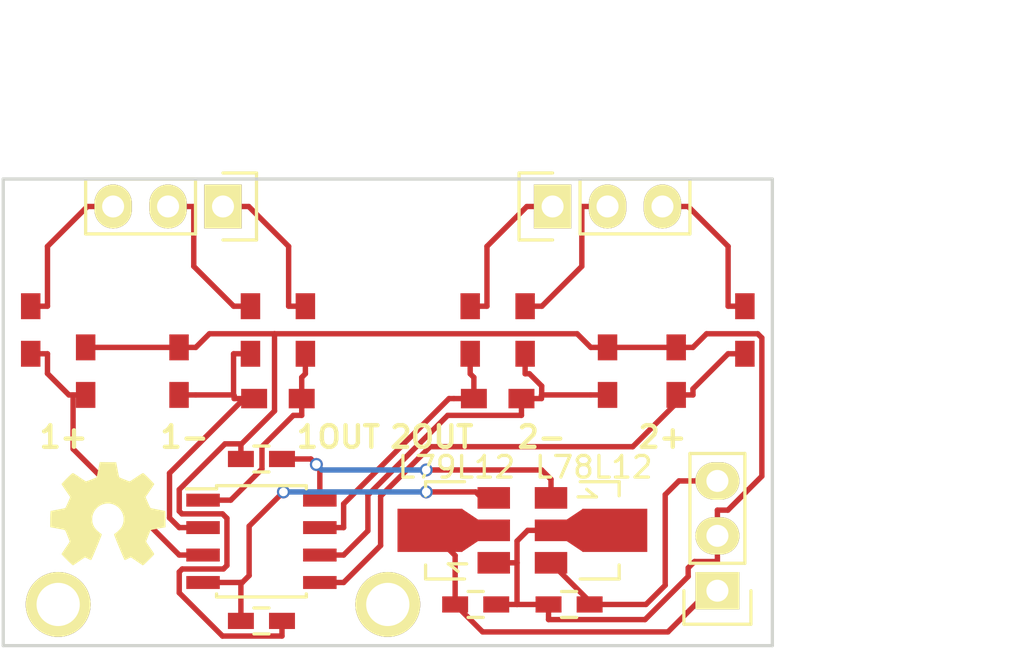
<source format=kicad_pcb>
(kicad_pcb (version 20171130) (host pcbnew "(5.1.12)-1")

  (general
    (thickness 1.6)
    (drawings 12)
    (tracks 186)
    (zones 0)
    (modules 26)
    (nets 18)
  )

  (page A4)
  (layers
    (0 F.Cu signal)
    (31 B.Cu signal)
    (32 B.Adhes user hide)
    (33 F.Adhes user hide)
    (34 B.Paste user)
    (35 F.Paste user hide)
    (36 B.SilkS user)
    (37 F.SilkS user)
    (38 B.Mask user)
    (39 F.Mask user)
    (40 Dwgs.User user)
    (41 Cmts.User user)
    (42 Eco1.User user)
    (43 Eco2.User user)
    (44 Edge.Cuts user)
    (45 Margin user)
    (46 B.CrtYd user)
    (47 F.CrtYd user)
    (48 B.Fab user)
    (49 F.Fab user)
  )

  (setup
    (last_trace_width 0.25)
    (trace_clearance 0.2)
    (zone_clearance 0.508)
    (zone_45_only no)
    (trace_min 0.2)
    (via_size 0.6)
    (via_drill 0.4)
    (via_min_size 0.4)
    (via_min_drill 0.3)
    (uvia_size 0.3)
    (uvia_drill 0.1)
    (uvias_allowed no)
    (uvia_min_size 0.2)
    (uvia_min_drill 0.1)
    (edge_width 0.15)
    (segment_width 0.2)
    (pcb_text_width 0.3)
    (pcb_text_size 1.5 1.5)
    (mod_edge_width 0.15)
    (mod_text_size 1 1)
    (mod_text_width 0.15)
    (pad_size 1.524 1.524)
    (pad_drill 0.762)
    (pad_to_mask_clearance 0.2)
    (aux_axis_origin 0 0)
    (visible_elements 7FFFFFFF)
    (pcbplotparams
      (layerselection 0x000f0_80000001)
      (usegerberextensions false)
      (usegerberattributes true)
      (usegerberadvancedattributes true)
      (creategerberjobfile true)
      (excludeedgelayer true)
      (linewidth 0.100000)
      (plotframeref false)
      (viasonmask false)
      (mode 1)
      (useauxorigin false)
      (hpglpennumber 1)
      (hpglpenspeed 20)
      (hpglpendiameter 15.000000)
      (psnegative false)
      (psa4output false)
      (plotreference true)
      (plotvalue true)
      (plotinvisibletext false)
      (padsonsilk false)
      (subtractmaskfromsilk false)
      (outputformat 1)
      (mirror false)
      (drillshape 0)
      (scaleselection 1)
      (outputdirectory "gerber/"))
  )

  (net 0 "")
  (net 1 GND)
  (net 2 "Net-(C1-Pad1)")
  (net 3 "Net-(C2-Pad2)")
  (net 4 /12_filter)
  (net 5 /-12_filter)
  (net 6 "Net-(P3-Pad1)")
  (net 7 "Net-(P3-Pad2)")
  (net 8 "Net-(P3-Pad3)")
  (net 9 "Net-(P4-Pad1)")
  (net 10 "Net-(P4-Pad2)")
  (net 11 "Net-(P4-Pad3)")
  (net 12 "Net-(R1-Pad1)")
  (net 13 "Net-(R2-Pad1)")
  (net 14 "Net-(R6-Pad1)")
  (net 15 "Net-(R10-Pad2)")
  (net 16 "Net-(R11-Pad1)")
  (net 17 "Net-(R10-Pad1)")

  (net_class Default "This is the default net class."
    (clearance 0.2)
    (trace_width 0.25)
    (via_dia 0.6)
    (via_drill 0.4)
    (uvia_dia 0.3)
    (uvia_drill 0.1)
    (add_net /-12_filter)
    (add_net /12_filter)
    (add_net GND)
    (add_net "Net-(C1-Pad1)")
    (add_net "Net-(C2-Pad2)")
    (add_net "Net-(P3-Pad1)")
    (add_net "Net-(P3-Pad2)")
    (add_net "Net-(P3-Pad3)")
    (add_net "Net-(P4-Pad1)")
    (add_net "Net-(P4-Pad2)")
    (add_net "Net-(P4-Pad3)")
    (add_net "Net-(R1-Pad1)")
    (add_net "Net-(R10-Pad1)")
    (add_net "Net-(R10-Pad2)")
    (add_net "Net-(R11-Pad1)")
    (add_net "Net-(R2-Pad1)")
    (add_net "Net-(R6-Pad1)")
  )

  (module Socket_Strips:Socket_Strip_Straight_1x03 (layer F.Cu) (tedit 5626BD3B) (tstamp 0)
    (at 190.5 96.52 90)
    (descr "Through hole socket strip")
    (tags "socket strip")
    (path /5623D67B)
    (fp_text reference P1 (at 0 -5.1 90) (layer F.SilkS) hide
      (effects (font (size 1 1) (thickness 0.15)))
    )
    (fp_text value CONN_01X03 (at 0 -3.1 90) (layer F.Fab) hide
      (effects (font (size 1 1) (thickness 0.15)))
    )
    (fp_line (start 1.27 1.27) (end 1.27 -1.27) (layer F.SilkS) (width 0.15))
    (fp_line (start 6.35 1.27) (end 1.27 1.27) (layer F.SilkS) (width 0.15))
    (fp_line (start 6.35 -1.27) (end 6.35 1.27) (layer F.SilkS) (width 0.15))
    (fp_line (start 1.27 -1.27) (end 6.35 -1.27) (layer F.SilkS) (width 0.15))
    (fp_line (start -1.75 1.75) (end 6.85 1.75) (layer F.CrtYd) (width 0.05))
    (fp_line (start -1.75 -1.75) (end 6.85 -1.75) (layer F.CrtYd) (width 0.05))
    (fp_line (start 6.85 -1.75) (end 6.85 1.75) (layer F.CrtYd) (width 0.05))
    (fp_line (start -1.75 -1.75) (end -1.75 1.75) (layer F.CrtYd) (width 0.05))
    (fp_line (start -1.55 1.55) (end 0 1.55) (layer F.SilkS) (width 0.15))
    (fp_line (start -1.55 -1.55) (end -1.55 1.55) (layer F.SilkS) (width 0.15))
    (fp_line (start 0 -1.55) (end -1.55 -1.55) (layer F.SilkS) (width 0.15))
    (pad 1 thru_hole rect (at 0 0 90) (size 1.7272 2.032) (drill 1.016) (layers *.Cu *.Mask F.SilkS)
      (net 3 "Net-(C2-Pad2)"))
    (pad 2 thru_hole oval (at 2.54 0 90) (size 1.7272 2.032) (drill 1.016) (layers *.Cu *.Mask F.SilkS)
      (net 1 GND))
    (pad 3 thru_hole oval (at 5.08 0 90) (size 1.7272 2.032) (drill 1.016) (layers *.Cu *.Mask F.SilkS)
      (net 2 "Net-(C1-Pad1)"))
    (model Socket_Strips.3dshapes/Socket_Strip_Straight_1x03.wrl
      (offset (xyz 2.539999961853027 0 0))
      (scale (xyz 1 1 1))
      (rotate (xyz 0 0 180))
    )
  )

  (module TO_SOT_Packages_SMD:SOT89-3_Housing (layer F.Cu) (tedit 562E9B5F) (tstamp 0)
    (at 184.658 93.726 270)
    (descr "SOT89-3, Housing,")
    (tags "SOT89-3, Housing,")
    (path /5623D43F)
    (attr smd)
    (fp_text reference U1 (at -0.09906 -4.24942 270) (layer F.SilkS) hide
      (effects (font (size 1 1) (thickness 0.15)))
    )
    (fp_text value L78L12 (at -2.921 -0.127) (layer F.SilkS)
      (effects (font (size 1 1) (thickness 0.15)))
    )
    (fp_line (start 2.25044 -1.30048) (end 1.6002 -1.30048) (layer F.SilkS) (width 0.15))
    (fp_line (start 2.25044 -1.30048) (end 2.25044 0.50038) (layer F.SilkS) (width 0.15))
    (fp_line (start -2.25044 -1.30048) (end -1.6002 -1.30048) (layer F.SilkS) (width 0.15))
    (fp_line (start -2.25044 -1.30048) (end -2.25044 0.50038) (layer F.SilkS) (width 0.15))
    (fp_line (start -1.5494 -0.24892) (end -1.5494 0.59944) (layer F.SilkS) (width 0.15))
    (fp_line (start -1.651 -0.09906) (end -1.5494 -0.24892) (layer F.SilkS) (width 0.15))
    (fp_line (start -1.89992 0.20066) (end -1.651 -0.09906) (layer F.SilkS) (width 0.15))
    (pad 1 smd rect (at -1.50114 1.85166 270) (size 1.00076 1.50114) (layers F.Cu F.Paste F.Mask)
      (net 4 /12_filter))
    (pad 2 smd rect (at 0 1.85166 270) (size 1.00076 1.50114) (layers F.Cu F.Paste F.Mask)
      (net 1 GND))
    (pad 3 smd rect (at 1.50114 1.85166 270) (size 1.00076 1.50114) (layers F.Cu F.Paste F.Mask)
      (net 2 "Net-(C1-Pad1)"))
    (pad 2 smd rect (at 0 -1.09982 270) (size 1.99898 2.99974) (layers F.Cu F.Paste F.Mask)
      (net 1 GND))
    (pad 2 smd trapezoid (at 0 0.7493 90) (size 1.50114 0.7493) (rect_delta 0 0.50038 ) (layers F.Cu F.Paste F.Mask)
      (net 1 GND))
    (model TO_SOT_Packages_SMD.3dshapes/SOT89-3_Housing.wrl
      (at (xyz 0 0 0))
      (scale (xyz 0.3937 0.3937 0.3937))
      (rotate (xyz 0 0 0))
    )
  )

  (module TO_SOT_Packages_SMD:SOT89-3_Housing (layer F.Cu) (tedit 562E9B67) (tstamp 0)
    (at 178.308 93.726 90)
    (descr "SOT89-3, Housing,")
    (tags "SOT89-3, Housing,")
    (path /5623D59F)
    (attr smd)
    (fp_text reference U2 (at -0.09906 -4.24942 90) (layer F.SilkS) hide
      (effects (font (size 1 1) (thickness 0.15)))
    )
    (fp_text value L79L12 (at 2.921 0.127 180) (layer F.SilkS)
      (effects (font (size 1 1) (thickness 0.15)))
    )
    (fp_line (start 2.25044 -1.30048) (end 1.6002 -1.30048) (layer F.SilkS) (width 0.15))
    (fp_line (start 2.25044 -1.30048) (end 2.25044 0.50038) (layer F.SilkS) (width 0.15))
    (fp_line (start -2.25044 -1.30048) (end -1.6002 -1.30048) (layer F.SilkS) (width 0.15))
    (fp_line (start -2.25044 -1.30048) (end -2.25044 0.50038) (layer F.SilkS) (width 0.15))
    (fp_line (start -1.5494 -0.24892) (end -1.5494 0.59944) (layer F.SilkS) (width 0.15))
    (fp_line (start -1.651 -0.09906) (end -1.5494 -0.24892) (layer F.SilkS) (width 0.15))
    (fp_line (start -1.89992 0.20066) (end -1.651 -0.09906) (layer F.SilkS) (width 0.15))
    (pad 1 smd rect (at -1.50114 1.85166 90) (size 1.00076 1.50114) (layers F.Cu F.Paste F.Mask)
      (net 1 GND))
    (pad 2 smd rect (at 0 1.85166 90) (size 1.00076 1.50114) (layers F.Cu F.Paste F.Mask)
      (net 3 "Net-(C2-Pad2)"))
    (pad 3 smd rect (at 1.50114 1.85166 90) (size 1.00076 1.50114) (layers F.Cu F.Paste F.Mask)
      (net 5 /-12_filter))
    (pad 2 smd rect (at 0 -1.09982 90) (size 1.99898 2.99974) (layers F.Cu F.Paste F.Mask)
      (net 3 "Net-(C2-Pad2)"))
    (pad 2 smd trapezoid (at 0 0.7493 270) (size 1.50114 0.7493) (rect_delta 0 0.50038 ) (layers F.Cu F.Paste F.Mask)
      (net 3 "Net-(C2-Pad2)"))
    (model TO_SOT_Packages_SMD.3dshapes/SOT89-3_Housing.wrl
      (at (xyz 0 0 0))
      (scale (xyz 0.3937 0.3937 0.3937))
      (rotate (xyz 0 0 0))
    )
  )

  (module Capacitors_SMD:C_0603_HandSoldering (layer F.Cu) (tedit 5626BD8C) (tstamp 562407B5)
    (at 183.642 97.155 180)
    (descr "Capacitor SMD 0603, hand soldering")
    (tags "capacitor 0603")
    (path /5623EE1B)
    (attr smd)
    (fp_text reference C1 (at 0 -1.9 180) (layer F.SilkS) hide
      (effects (font (size 1 1) (thickness 0.15)))
    )
    (fp_text value 330n (at 0 1.9 180) (layer F.Fab) hide
      (effects (font (size 1 1) (thickness 0.15)))
    )
    (fp_line (start 0.35 0.6) (end -0.35 0.6) (layer F.SilkS) (width 0.15))
    (fp_line (start -0.35 -0.6) (end 0.35 -0.6) (layer F.SilkS) (width 0.15))
    (fp_line (start 1.85 -0.75) (end 1.85 0.75) (layer F.CrtYd) (width 0.05))
    (fp_line (start -1.85 -0.75) (end -1.85 0.75) (layer F.CrtYd) (width 0.05))
    (fp_line (start -1.85 0.75) (end 1.85 0.75) (layer F.CrtYd) (width 0.05))
    (fp_line (start -1.85 -0.75) (end 1.85 -0.75) (layer F.CrtYd) (width 0.05))
    (pad 1 smd rect (at -0.95 0 180) (size 1.2 0.75) (layers F.Cu F.Paste F.Mask)
      (net 2 "Net-(C1-Pad1)"))
    (pad 2 smd rect (at 0.95 0 180) (size 1.2 0.75) (layers F.Cu F.Paste F.Mask)
      (net 1 GND))
    (model Capacitors_SMD.3dshapes/C_0603_HandSoldering.wrl
      (at (xyz 0 0 0))
      (scale (xyz 1 1 1))
      (rotate (xyz 0 0 0))
    )
  )

  (module Capacitors_SMD:C_0603_HandSoldering (layer F.Cu) (tedit 5626BD6F) (tstamp 562407BB)
    (at 179.324 97.155 180)
    (descr "Capacitor SMD 0603, hand soldering")
    (tags "capacitor 0603")
    (path /5623EE4A)
    (attr smd)
    (fp_text reference C2 (at 0 -1.9 180) (layer F.SilkS) hide
      (effects (font (size 1 1) (thickness 0.15)))
    )
    (fp_text value 330n (at 0 1.9 180) (layer F.Fab) hide
      (effects (font (size 1 1) (thickness 0.15)))
    )
    (fp_line (start 0.35 0.6) (end -0.35 0.6) (layer F.SilkS) (width 0.15))
    (fp_line (start -0.35 -0.6) (end 0.35 -0.6) (layer F.SilkS) (width 0.15))
    (fp_line (start 1.85 -0.75) (end 1.85 0.75) (layer F.CrtYd) (width 0.05))
    (fp_line (start -1.85 -0.75) (end -1.85 0.75) (layer F.CrtYd) (width 0.05))
    (fp_line (start -1.85 0.75) (end 1.85 0.75) (layer F.CrtYd) (width 0.05))
    (fp_line (start -1.85 -0.75) (end 1.85 -0.75) (layer F.CrtYd) (width 0.05))
    (pad 1 smd rect (at -0.95 0 180) (size 1.2 0.75) (layers F.Cu F.Paste F.Mask)
      (net 1 GND))
    (pad 2 smd rect (at 0.95 0 180) (size 1.2 0.75) (layers F.Cu F.Paste F.Mask)
      (net 3 "Net-(C2-Pad2)"))
    (model Capacitors_SMD.3dshapes/C_0603_HandSoldering.wrl
      (at (xyz 0 0 0))
      (scale (xyz 1 1 1))
      (rotate (xyz 0 0 0))
    )
  )

  (module Capacitors_SMD:C_0603_HandSoldering (layer F.Cu) (tedit 5626BD79) (tstamp 562407C1)
    (at 169.418 90.424 180)
    (descr "Capacitor SMD 0603, hand soldering")
    (tags "capacitor 0603")
    (path /5623EEE6)
    (attr smd)
    (fp_text reference C3 (at 0 -1.9 180) (layer F.SilkS) hide
      (effects (font (size 1 1) (thickness 0.15)))
    )
    (fp_text value 100n (at 0 1.9 180) (layer F.Fab) hide
      (effects (font (size 1 1) (thickness 0.15)))
    )
    (fp_line (start 0.35 0.6) (end -0.35 0.6) (layer F.SilkS) (width 0.15))
    (fp_line (start -0.35 -0.6) (end 0.35 -0.6) (layer F.SilkS) (width 0.15))
    (fp_line (start 1.85 -0.75) (end 1.85 0.75) (layer F.CrtYd) (width 0.05))
    (fp_line (start -1.85 -0.75) (end -1.85 0.75) (layer F.CrtYd) (width 0.05))
    (fp_line (start -1.85 0.75) (end 1.85 0.75) (layer F.CrtYd) (width 0.05))
    (fp_line (start -1.85 -0.75) (end 1.85 -0.75) (layer F.CrtYd) (width 0.05))
    (pad 1 smd rect (at -0.95 0 180) (size 1.2 0.75) (layers F.Cu F.Paste F.Mask)
      (net 4 /12_filter))
    (pad 2 smd rect (at 0.95 0 180) (size 1.2 0.75) (layers F.Cu F.Paste F.Mask)
      (net 1 GND))
    (model Capacitors_SMD.3dshapes/C_0603_HandSoldering.wrl
      (at (xyz 0 0 0))
      (scale (xyz 1 1 1))
      (rotate (xyz 0 0 0))
    )
  )

  (module Capacitors_SMD:C_0603_HandSoldering (layer F.Cu) (tedit 5626BD82) (tstamp 562407C7)
    (at 169.418 97.917 180)
    (descr "Capacitor SMD 0603, hand soldering")
    (tags "capacitor 0603")
    (path /5623EF60)
    (attr smd)
    (fp_text reference C4 (at 0 -1.9 180) (layer F.SilkS) hide
      (effects (font (size 1 1) (thickness 0.15)))
    )
    (fp_text value 100n (at 0 1.9 180) (layer F.Fab) hide
      (effects (font (size 1 1) (thickness 0.15)))
    )
    (fp_line (start 0.35 0.6) (end -0.35 0.6) (layer F.SilkS) (width 0.15))
    (fp_line (start -0.35 -0.6) (end 0.35 -0.6) (layer F.SilkS) (width 0.15))
    (fp_line (start 1.85 -0.75) (end 1.85 0.75) (layer F.CrtYd) (width 0.05))
    (fp_line (start -1.85 -0.75) (end -1.85 0.75) (layer F.CrtYd) (width 0.05))
    (fp_line (start -1.85 0.75) (end 1.85 0.75) (layer F.CrtYd) (width 0.05))
    (fp_line (start -1.85 -0.75) (end 1.85 -0.75) (layer F.CrtYd) (width 0.05))
    (pad 1 smd rect (at -0.95 0 180) (size 1.2 0.75) (layers F.Cu F.Paste F.Mask)
      (net 1 GND))
    (pad 2 smd rect (at 0.95 0 180) (size 1.2 0.75) (layers F.Cu F.Paste F.Mask)
      (net 5 /-12_filter))
    (model Capacitors_SMD.3dshapes/C_0603_HandSoldering.wrl
      (at (xyz 0 0 0))
      (scale (xyz 1 1 1))
      (rotate (xyz 0 0 0))
    )
  )

  (module Socket_Strips:Socket_Strip_Straight_1x03 (layer F.Cu) (tedit 5626B27D) (tstamp 562407D5)
    (at 167.64 78.74 180)
    (descr "Through hole socket strip")
    (tags "socket strip")
    (path /5624112C)
    (fp_text reference P3 (at 0 -5.1 180) (layer F.SilkS) hide
      (effects (font (size 1 1) (thickness 0.15)))
    )
    (fp_text value CONN_01X03 (at 0 -3.1 180) (layer F.Fab) hide
      (effects (font (size 1 1) (thickness 0.15)))
    )
    (fp_line (start 1.27 1.27) (end 1.27 -1.27) (layer F.SilkS) (width 0.15))
    (fp_line (start 6.35 1.27) (end 1.27 1.27) (layer F.SilkS) (width 0.15))
    (fp_line (start 6.35 -1.27) (end 6.35 1.27) (layer F.SilkS) (width 0.15))
    (fp_line (start 1.27 -1.27) (end 6.35 -1.27) (layer F.SilkS) (width 0.15))
    (fp_line (start -1.75 1.75) (end 6.85 1.75) (layer F.CrtYd) (width 0.05))
    (fp_line (start -1.75 -1.75) (end 6.85 -1.75) (layer F.CrtYd) (width 0.05))
    (fp_line (start 6.85 -1.75) (end 6.85 1.75) (layer F.CrtYd) (width 0.05))
    (fp_line (start -1.75 -1.75) (end -1.75 1.75) (layer F.CrtYd) (width 0.05))
    (fp_line (start -1.55 1.55) (end 0 1.55) (layer F.SilkS) (width 0.15))
    (fp_line (start -1.55 -1.55) (end -1.55 1.55) (layer F.SilkS) (width 0.15))
    (fp_line (start 0 -1.55) (end -1.55 -1.55) (layer F.SilkS) (width 0.15))
    (pad 1 thru_hole rect (at 0 0 180) (size 1.7272 2.032) (drill 1.016) (layers *.Cu *.Mask F.SilkS)
      (net 6 "Net-(P3-Pad1)"))
    (pad 2 thru_hole oval (at 2.54 0 180) (size 1.7272 2.032) (drill 1.016) (layers *.Cu *.Mask F.SilkS)
      (net 7 "Net-(P3-Pad2)"))
    (pad 3 thru_hole oval (at 5.08 0 180) (size 1.7272 2.032) (drill 1.016) (layers *.Cu *.Mask F.SilkS)
      (net 8 "Net-(P3-Pad3)"))
    (model Socket_Strips.3dshapes/Socket_Strip_Straight_1x03.wrl
      (offset (xyz 2.539999961853027 0 0))
      (scale (xyz 1 1 1))
      (rotate (xyz 0 0 180))
    )
  )

  (module Socket_Strips:Socket_Strip_Straight_1x03 (layer F.Cu) (tedit 5626BEFB) (tstamp 562407DC)
    (at 182.88 78.74)
    (descr "Through hole socket strip")
    (tags "socket strip")
    (path /56241C97)
    (fp_text reference P4 (at 0 -5.1) (layer F.SilkS) hide
      (effects (font (size 1 1) (thickness 0.15)))
    )
    (fp_text value CONN_01X03 (at 0 -3.1) (layer F.Fab) hide
      (effects (font (size 1 1) (thickness 0.15)))
    )
    (fp_line (start 1.27 1.27) (end 1.27 -1.27) (layer F.SilkS) (width 0.15))
    (fp_line (start 6.35 1.27) (end 1.27 1.27) (layer F.SilkS) (width 0.15))
    (fp_line (start 6.35 -1.27) (end 6.35 1.27) (layer F.SilkS) (width 0.15))
    (fp_line (start 1.27 -1.27) (end 6.35 -1.27) (layer F.SilkS) (width 0.15))
    (fp_line (start -1.75 1.75) (end 6.85 1.75) (layer F.CrtYd) (width 0.05))
    (fp_line (start -1.75 -1.75) (end 6.85 -1.75) (layer F.CrtYd) (width 0.05))
    (fp_line (start 6.85 -1.75) (end 6.85 1.75) (layer F.CrtYd) (width 0.05))
    (fp_line (start -1.75 -1.75) (end -1.75 1.75) (layer F.CrtYd) (width 0.05))
    (fp_line (start -1.55 1.55) (end 0 1.55) (layer F.SilkS) (width 0.15))
    (fp_line (start -1.55 -1.55) (end -1.55 1.55) (layer F.SilkS) (width 0.15))
    (fp_line (start 0 -1.55) (end -1.55 -1.55) (layer F.SilkS) (width 0.15))
    (pad 1 thru_hole rect (at 0 0) (size 1.7272 2.032) (drill 1.016) (layers *.Cu *.Mask F.SilkS)
      (net 9 "Net-(P4-Pad1)"))
    (pad 2 thru_hole oval (at 2.54 0) (size 1.7272 2.032) (drill 1.016) (layers *.Cu *.Mask F.SilkS)
      (net 10 "Net-(P4-Pad2)"))
    (pad 3 thru_hole oval (at 5.08 0) (size 1.7272 2.032) (drill 1.016) (layers *.Cu *.Mask F.SilkS)
      (net 11 "Net-(P4-Pad3)"))
    (model Socket_Strips.3dshapes/Socket_Strip_Straight_1x03.wrl
      (offset (xyz 2.539999961853027 0 0))
      (scale (xyz 1 1 1))
      (rotate (xyz 0 0 180))
    )
  )

  (module Housings_SOIC:SOIC-8_3.9x4.9mm_Pitch1.27mm (layer F.Cu) (tedit 562E847D) (tstamp 56240824)
    (at 169.418 94.234)
    (descr "8-Lead Plastic Small Outline (SN) - Narrow, 3.90 mm Body [SOIC] (see Microchip Packaging Specification 00000049BS.pdf)")
    (tags "SOIC 1.27")
    (path /5624034C)
    (attr smd)
    (fp_text reference U3 (at 0 -3.5) (layer F.SilkS) hide
      (effects (font (size 1 1) (thickness 0.15)))
    )
    (fp_text value TL072 (at -0.889 7.874) (layer F.Fab) hide
      (effects (font (size 1 1) (thickness 0.15)))
    )
    (fp_line (start -2.075 -2.43) (end -3.475 -2.43) (layer F.SilkS) (width 0.15))
    (fp_line (start -2.075 2.575) (end 2.075 2.575) (layer F.SilkS) (width 0.15))
    (fp_line (start -2.075 -2.575) (end 2.075 -2.575) (layer F.SilkS) (width 0.15))
    (fp_line (start -2.075 2.575) (end -2.075 2.43) (layer F.SilkS) (width 0.15))
    (fp_line (start 2.075 2.575) (end 2.075 2.43) (layer F.SilkS) (width 0.15))
    (fp_line (start 2.075 -2.575) (end 2.075 -2.43) (layer F.SilkS) (width 0.15))
    (fp_line (start -2.075 -2.575) (end -2.075 -2.43) (layer F.SilkS) (width 0.15))
    (fp_line (start -3.75 2.75) (end 3.75 2.75) (layer F.CrtYd) (width 0.05))
    (fp_line (start -3.75 -2.75) (end 3.75 -2.75) (layer F.CrtYd) (width 0.05))
    (fp_line (start 3.75 -2.75) (end 3.75 2.75) (layer F.CrtYd) (width 0.05))
    (fp_line (start -3.75 -2.75) (end -3.75 2.75) (layer F.CrtYd) (width 0.05))
    (pad 1 smd rect (at -2.7 -1.905) (size 1.55 0.6) (layers F.Cu F.Paste F.Mask)
      (net 16 "Net-(R11-Pad1)"))
    (pad 2 smd rect (at -2.7 -0.635) (size 1.55 0.6) (layers F.Cu F.Paste F.Mask)
      (net 13 "Net-(R2-Pad1)"))
    (pad 3 smd rect (at -2.7 0.635) (size 1.55 0.6) (layers F.Cu F.Paste F.Mask)
      (net 12 "Net-(R1-Pad1)"))
    (pad 4 smd rect (at -2.7 1.905) (size 1.55 0.6) (layers F.Cu F.Paste F.Mask)
      (net 5 /-12_filter))
    (pad 5 smd rect (at 2.7 1.905) (size 1.55 0.6) (layers F.Cu F.Paste F.Mask)
      (net 14 "Net-(R6-Pad1)"))
    (pad 6 smd rect (at 2.7 0.635) (size 1.55 0.6) (layers F.Cu F.Paste F.Mask)
      (net 15 "Net-(R10-Pad2)"))
    (pad 7 smd rect (at 2.7 -0.635) (size 1.55 0.6) (layers F.Cu F.Paste F.Mask)
      (net 17 "Net-(R10-Pad1)"))
    (pad 8 smd rect (at 2.7 -1.905) (size 1.55 0.6) (layers F.Cu F.Paste F.Mask)
      (net 4 /12_filter))
    (model Housings_SOIC.3dshapes/SOIC-8_3.9x4.9mm_Pitch1.27mm.wrl
      (at (xyz 0 0 0))
      (scale (xyz 1 1 1))
      (rotate (xyz 0 0 0))
    )
  )

  (module pad:R_0603_nodraw (layer F.Cu) (tedit 562E9F2D) (tstamp 562EA0BF)
    (at 158.75 84.455 90)
    (descr "Resistor SMD 0603, hand soldering")
    (tags "resistor 0603")
    (path /562408D4)
    (attr smd)
    (fp_text reference R1 (at 0 -1.9 90) (layer F.SilkS) hide
      (effects (font (size 1 1) (thickness 0.15)))
    )
    (fp_text value R (at 0 1.9 90) (layer F.Fab) hide
      (effects (font (size 1 1) (thickness 0.15)))
    )
    (pad 1 smd rect (at -1.1 0 90) (size 1.2 0.9) (layers F.Cu F.Paste F.Mask)
      (net 12 "Net-(R1-Pad1)"))
    (pad 2 smd rect (at 1.1 0 90) (size 1.2 0.9) (layers F.Cu F.Paste F.Mask)
      (net 8 "Net-(P3-Pad3)"))
    (model Resistors_SMD.3dshapes/R_0603_HandSoldering.wrl
      (at (xyz 0 0 0))
      (scale (xyz 1 1 1))
      (rotate (xyz 0 0 0))
    )
  )

  (module pad:R_0603_nodraw (layer F.Cu) (tedit 562E9F2D) (tstamp 562EA0C4)
    (at 168.91 84.455 90)
    (descr "Resistor SMD 0603, hand soldering")
    (tags "resistor 0603")
    (path /5624076C)
    (attr smd)
    (fp_text reference R2 (at 0 -1.9 90) (layer F.SilkS) hide
      (effects (font (size 1 1) (thickness 0.15)))
    )
    (fp_text value R (at 0 1.9 90) (layer F.Fab) hide
      (effects (font (size 1 1) (thickness 0.15)))
    )
    (pad 1 smd rect (at -1.1 0 90) (size 1.2 0.9) (layers F.Cu F.Paste F.Mask)
      (net 13 "Net-(R2-Pad1)"))
    (pad 2 smd rect (at 1.1 0 90) (size 1.2 0.9) (layers F.Cu F.Paste F.Mask)
      (net 7 "Net-(P3-Pad2)"))
    (model Resistors_SMD.3dshapes/R_0603_HandSoldering.wrl
      (at (xyz 0 0 0))
      (scale (xyz 1 1 1))
      (rotate (xyz 0 0 0))
    )
  )

  (module pad:R_0603_nodraw (layer F.Cu) (tedit 562E9F2D) (tstamp 562EA0C9)
    (at 161.29 86.36 90)
    (descr "Resistor SMD 0603, hand soldering")
    (tags "resistor 0603")
    (path /56240BA4)
    (attr smd)
    (fp_text reference R3 (at 0 -1.9 90) (layer F.SilkS) hide
      (effects (font (size 1 1) (thickness 0.15)))
    )
    (fp_text value R (at 0 1.9 90) (layer F.Fab) hide
      (effects (font (size 1 1) (thickness 0.15)))
    )
    (pad 1 smd rect (at -1.1 0 90) (size 1.2 0.9) (layers F.Cu F.Paste F.Mask)
      (net 12 "Net-(R1-Pad1)"))
    (pad 2 smd rect (at 1.1 0 90) (size 1.2 0.9) (layers F.Cu F.Paste F.Mask)
      (net 1 GND))
    (model Resistors_SMD.3dshapes/R_0603_HandSoldering.wrl
      (at (xyz 0 0 0))
      (scale (xyz 1 1 1))
      (rotate (xyz 0 0 0))
    )
  )

  (module pad:R_0603_nodraw (layer F.Cu) (tedit 562E9F2D) (tstamp 562EA0CE)
    (at 165.608 86.36 270)
    (descr "Resistor SMD 0603, hand soldering")
    (tags "resistor 0603")
    (path /56240AB5)
    (attr smd)
    (fp_text reference R4 (at 0 -1.9 270) (layer F.SilkS) hide
      (effects (font (size 1 1) (thickness 0.15)))
    )
    (fp_text value R (at 0 1.9 270) (layer F.Fab) hide
      (effects (font (size 1 1) (thickness 0.15)))
    )
    (pad 1 smd rect (at -1.1 0 270) (size 1.2 0.9) (layers F.Cu F.Paste F.Mask)
      (net 1 GND))
    (pad 2 smd rect (at 1.1 0 270) (size 1.2 0.9) (layers F.Cu F.Paste F.Mask)
      (net 13 "Net-(R2-Pad1)"))
    (model Resistors_SMD.3dshapes/R_0603_HandSoldering.wrl
      (at (xyz 0 0 0))
      (scale (xyz 1 1 1))
      (rotate (xyz 0 0 0))
    )
  )

  (module pad:R_0603_nodraw (layer F.Cu) (tedit 562E9F2D) (tstamp 562EA0D3)
    (at 170.18 87.63 180)
    (descr "Resistor SMD 0603, hand soldering")
    (tags "resistor 0603")
    (path /56240A3D)
    (attr smd)
    (fp_text reference R5 (at 0 -1.9 180) (layer F.SilkS) hide
      (effects (font (size 1 1) (thickness 0.15)))
    )
    (fp_text value R (at 0 1.9 180) (layer F.Fab) hide
      (effects (font (size 1 1) (thickness 0.15)))
    )
    (pad 1 smd rect (at -1.1 0 180) (size 1.2 0.9) (layers F.Cu F.Paste F.Mask)
      (net 16 "Net-(R11-Pad1)"))
    (pad 2 smd rect (at 1.1 0 180) (size 1.2 0.9) (layers F.Cu F.Paste F.Mask)
      (net 13 "Net-(R2-Pad1)"))
    (model Resistors_SMD.3dshapes/R_0603_HandSoldering.wrl
      (at (xyz 0 0 0))
      (scale (xyz 1 1 1))
      (rotate (xyz 0 0 0))
    )
  )

  (module pad:R_0603_nodraw (layer F.Cu) (tedit 562E9F2D) (tstamp 562EA0D8)
    (at 191.77 84.455 90)
    (descr "Resistor SMD 0603, hand soldering")
    (tags "resistor 0603")
    (path /56241847)
    (attr smd)
    (fp_text reference R6 (at 0 -1.9 90) (layer F.SilkS) hide
      (effects (font (size 1 1) (thickness 0.15)))
    )
    (fp_text value R (at 0 1.9 90) (layer F.Fab) hide
      (effects (font (size 1 1) (thickness 0.15)))
    )
    (pad 1 smd rect (at -1.1 0 90) (size 1.2 0.9) (layers F.Cu F.Paste F.Mask)
      (net 14 "Net-(R6-Pad1)"))
    (pad 2 smd rect (at 1.1 0 90) (size 1.2 0.9) (layers F.Cu F.Paste F.Mask)
      (net 11 "Net-(P4-Pad3)"))
    (model Resistors_SMD.3dshapes/R_0603_HandSoldering.wrl
      (at (xyz 0 0 0))
      (scale (xyz 1 1 1))
      (rotate (xyz 0 0 0))
    )
  )

  (module pad:R_0603_nodraw (layer F.Cu) (tedit 562E9F2D) (tstamp 562EA0DD)
    (at 181.61 84.455 90)
    (descr "Resistor SMD 0603, hand soldering")
    (tags "resistor 0603")
    (path /56241794)
    (attr smd)
    (fp_text reference R7 (at 0 -1.9 90) (layer F.SilkS) hide
      (effects (font (size 1 1) (thickness 0.15)))
    )
    (fp_text value R (at 0 1.9 90) (layer F.Fab) hide
      (effects (font (size 1 1) (thickness 0.15)))
    )
    (pad 1 smd rect (at -1.1 0 90) (size 1.2 0.9) (layers F.Cu F.Paste F.Mask)
      (net 15 "Net-(R10-Pad2)"))
    (pad 2 smd rect (at 1.1 0 90) (size 1.2 0.9) (layers F.Cu F.Paste F.Mask)
      (net 10 "Net-(P4-Pad2)"))
    (model Resistors_SMD.3dshapes/R_0603_HandSoldering.wrl
      (at (xyz 0 0 0))
      (scale (xyz 1 1 1))
      (rotate (xyz 0 0 0))
    )
  )

  (module pad:R_0603_nodraw (layer F.Cu) (tedit 562E9F2D) (tstamp 562EA0E2)
    (at 188.595 86.36 90)
    (descr "Resistor SMD 0603, hand soldering")
    (tags "resistor 0603")
    (path /5624189F)
    (attr smd)
    (fp_text reference R8 (at 0 -1.9 90) (layer F.SilkS) hide
      (effects (font (size 1 1) (thickness 0.15)))
    )
    (fp_text value R (at 0 1.9 90) (layer F.Fab) hide
      (effects (font (size 1 1) (thickness 0.15)))
    )
    (pad 1 smd rect (at -1.1 0 90) (size 1.2 0.9) (layers F.Cu F.Paste F.Mask)
      (net 14 "Net-(R6-Pad1)"))
    (pad 2 smd rect (at 1.1 0 90) (size 1.2 0.9) (layers F.Cu F.Paste F.Mask)
      (net 1 GND))
    (model Resistors_SMD.3dshapes/R_0603_HandSoldering.wrl
      (at (xyz 0 0 0))
      (scale (xyz 1 1 1))
      (rotate (xyz 0 0 0))
    )
  )

  (module pad:R_0603_nodraw (layer F.Cu) (tedit 562E9F2D) (tstamp 562EA0E7)
    (at 185.42 86.36 270)
    (descr "Resistor SMD 0603, hand soldering")
    (tags "resistor 0603")
    (path /562416A9)
    (attr smd)
    (fp_text reference R9 (at 0 -1.9 270) (layer F.SilkS) hide
      (effects (font (size 1 1) (thickness 0.15)))
    )
    (fp_text value R (at 0 1.9 270) (layer F.Fab) hide
      (effects (font (size 1 1) (thickness 0.15)))
    )
    (pad 1 smd rect (at -1.1 0 270) (size 1.2 0.9) (layers F.Cu F.Paste F.Mask)
      (net 1 GND))
    (pad 2 smd rect (at 1.1 0 270) (size 1.2 0.9) (layers F.Cu F.Paste F.Mask)
      (net 15 "Net-(R10-Pad2)"))
    (model Resistors_SMD.3dshapes/R_0603_HandSoldering.wrl
      (at (xyz 0 0 0))
      (scale (xyz 1 1 1))
      (rotate (xyz 0 0 0))
    )
  )

  (module pad:R_0603_nodraw (layer F.Cu) (tedit 562E9F2D) (tstamp 562EA0EC)
    (at 180.34 87.63)
    (descr "Resistor SMD 0603, hand soldering")
    (tags "resistor 0603")
    (path /56241601)
    (attr smd)
    (fp_text reference R10 (at 0 -1.9) (layer F.SilkS) hide
      (effects (font (size 1 1) (thickness 0.15)))
    )
    (fp_text value R (at 0 1.9) (layer F.Fab) hide
      (effects (font (size 1 1) (thickness 0.15)))
    )
    (pad 1 smd rect (at -1.1 0) (size 1.2 0.9) (layers F.Cu F.Paste F.Mask)
      (net 17 "Net-(R10-Pad1)"))
    (pad 2 smd rect (at 1.1 0) (size 1.2 0.9) (layers F.Cu F.Paste F.Mask)
      (net 15 "Net-(R10-Pad2)"))
    (model Resistors_SMD.3dshapes/R_0603_HandSoldering.wrl
      (at (xyz 0 0 0))
      (scale (xyz 1 1 1))
      (rotate (xyz 0 0 0))
    )
  )

  (module pad:R_0603_nodraw (layer F.Cu) (tedit 562E9F2D) (tstamp 562EA0F1)
    (at 171.45 84.455 90)
    (descr "Resistor SMD 0603, hand soldering")
    (tags "resistor 0603")
    (path /5626B31C)
    (attr smd)
    (fp_text reference R11 (at 0 -1.9 90) (layer F.SilkS) hide
      (effects (font (size 1 1) (thickness 0.15)))
    )
    (fp_text value R (at 0 1.9 90) (layer F.Fab) hide
      (effects (font (size 1 1) (thickness 0.15)))
    )
    (pad 1 smd rect (at -1.1 0 90) (size 1.2 0.9) (layers F.Cu F.Paste F.Mask)
      (net 16 "Net-(R11-Pad1)"))
    (pad 2 smd rect (at 1.1 0 90) (size 1.2 0.9) (layers F.Cu F.Paste F.Mask)
      (net 6 "Net-(P3-Pad1)"))
    (model Resistors_SMD.3dshapes/R_0603_HandSoldering.wrl
      (at (xyz 0 0 0))
      (scale (xyz 1 1 1))
      (rotate (xyz 0 0 0))
    )
  )

  (module pad:R_0603_nodraw (layer F.Cu) (tedit 562E9F2D) (tstamp 562EA0F6)
    (at 179.07 84.455 90)
    (descr "Resistor SMD 0603, hand soldering")
    (tags "resistor 0603")
    (path /5626B5A4)
    (attr smd)
    (fp_text reference R12 (at 0 -1.9 90) (layer F.SilkS) hide
      (effects (font (size 1 1) (thickness 0.15)))
    )
    (fp_text value R (at 0 1.9 90) (layer F.Fab) hide
      (effects (font (size 1 1) (thickness 0.15)))
    )
    (pad 1 smd rect (at -1.1 0 90) (size 1.2 0.9) (layers F.Cu F.Paste F.Mask)
      (net 17 "Net-(R10-Pad1)"))
    (pad 2 smd rect (at 1.1 0 90) (size 1.2 0.9) (layers F.Cu F.Paste F.Mask)
      (net 9 "Net-(P4-Pad1)"))
    (model Resistors_SMD.3dshapes/R_0603_HandSoldering.wrl
      (at (xyz 0 0 0))
      (scale (xyz 1 1 1))
      (rotate (xyz 0 0 0))
    )
  )

  (module mechanics:hole_2mm (layer F.Cu) (tedit 52A4DA31) (tstamp 562EA216)
    (at 160.02 97.155)
    (fp_text reference hole_2mm_3 (at 0 -3.4) (layer F.SilkS) hide
      (effects (font (size 1.524 1.524) (thickness 0.3048)))
    )
    (fp_text value VAL** (at 0 3) (layer F.SilkS) hide
      (effects (font (size 1.524 1.524) (thickness 0.3048)))
    )
    (pad 1 thru_hole circle (at 0 0) (size 3 3) (drill 2) (layers *.Cu *.Mask F.SilkS))
  )

  (module mechanics:hole_2mm (layer F.Cu) (tedit 52A4DA31) (tstamp 562EA21F)
    (at 175.26 97.155)
    (fp_text reference hole_2mm_2 (at 0 -3.4) (layer F.SilkS) hide
      (effects (font (size 1.524 1.524) (thickness 0.3048)))
    )
    (fp_text value VAL** (at 0 3) (layer F.SilkS) hide
      (effects (font (size 1.524 1.524) (thickness 0.3048)))
    )
    (pad 1 thru_hole circle (at 0 0) (size 3 3) (drill 2) (layers *.Cu *.Mask F.SilkS))
  )

  (module mechanics:hole_2mm (layer F.Cu) (tedit 562EA2E3) (tstamp 562EA263)
    (at 196.215 76.2)
    (fp_text reference hole_2mm (at 0 -3.4) (layer F.SilkS) hide
      (effects (font (size 1.524 1.524) (thickness 0.3048)))
    )
    (fp_text value VAL** (at 0 3) (layer F.SilkS) hide
      (effects (font (size 1.524 1.524) (thickness 0.3048)))
    )
  )

  (module oshw:logo_xs (layer F.Cu) (tedit 0) (tstamp 562EA4FB)
    (at 162.306 92.964)
    (fp_text reference G*** (at 0 0) (layer F.SilkS) hide
      (effects (font (size 1.524 1.524) (thickness 0.3)))
    )
    (fp_text value LOGO (at 0.75 0) (layer F.SilkS) hide
      (effects (font (size 1.524 1.524) (thickness 0.3)))
    )
    (fp_poly (pts (xy 0.015925 -2.389813) (xy 0.392184 -2.386263) (xy 0.455186 -2.047436) (xy 0.474224 -1.948175)
      (xy 0.492134 -1.860748) (xy 0.5082 -1.788282) (xy 0.521708 -1.733903) (xy 0.531942 -1.700736)
      (xy 0.536489 -1.692042) (xy 0.555113 -1.681346) (xy 0.593614 -1.663315) (xy 0.647003 -1.63997)
      (xy 0.710291 -1.613328) (xy 0.778491 -1.585409) (xy 0.846612 -1.558232) (xy 0.909667 -1.533815)
      (xy 0.962665 -1.514177) (xy 1.00062 -1.501338) (xy 1.017804 -1.497263) (xy 1.034262 -1.504559)
      (xy 1.06948 -1.525094) (xy 1.12027 -1.556841) (xy 1.183443 -1.597771) (xy 1.255809 -1.645856)
      (xy 1.322559 -1.691105) (xy 1.400741 -1.743811) (xy 1.472989 -1.791067) (xy 1.536007 -1.830831)
      (xy 1.586495 -1.861062) (xy 1.621157 -1.879717) (xy 1.635643 -1.884947) (xy 1.653625 -1.877221)
      (xy 1.68525 -1.853465) (xy 1.731487 -1.812812) (xy 1.793301 -1.754395) (xy 1.871662 -1.677348)
      (xy 1.908816 -1.640153) (xy 1.974585 -1.573417) (xy 2.03362 -1.512332) (xy 2.083409 -1.459593)
      (xy 2.121441 -1.417895) (xy 2.145203 -1.389934) (xy 2.152316 -1.378821) (xy 2.145013 -1.363783)
      (xy 2.124434 -1.329857) (xy 2.092568 -1.280107) (xy 2.051407 -1.217593) (xy 2.00294 -1.145377)
      (xy 1.951098 -1.069342) (xy 1.74988 -0.776401) (xy 1.858822 -0.522372) (xy 1.898361 -0.432346)
      (xy 1.932466 -0.359086) (xy 1.960053 -0.30475) (xy 1.980039 -0.271494) (xy 1.989856 -0.261509)
      (xy 2.008779 -0.257201) (xy 2.050068 -0.248771) (xy 2.109802 -0.236987) (xy 2.184061 -0.222616)
      (xy 2.268925 -0.206426) (xy 2.329367 -0.195017) (xy 2.418525 -0.17803) (xy 2.499121 -0.162234)
      (xy 2.567367 -0.148409) (xy 2.619475 -0.137331) (xy 2.651658 -0.129779) (xy 2.660236 -0.127049)
      (xy 2.664537 -0.111047) (xy 2.668075 -0.069786) (xy 2.670796 -0.004735) (xy 2.672649 0.082637)
      (xy 2.67358 0.190862) (xy 2.673684 0.247042) (xy 2.673684 0.612823) (xy 2.636921 0.620346)
      (xy 2.612644 0.625038) (xy 2.566799 0.633652) (xy 2.504117 0.645307) (xy 2.429332 0.659125)
      (xy 2.347177 0.674225) (xy 2.339473 0.675637) (xy 2.255939 0.69113) (xy 2.178471 0.705843)
      (xy 2.112051 0.718803) (xy 2.061657 0.729037) (xy 2.03227 0.735574) (xy 2.031192 0.735851)
      (xy 2.015036 0.740635) (xy 2.001553 0.74772) (xy 1.988903 0.760409) (xy 1.975247 0.782006)
      (xy 1.958746 0.815814) (xy 1.937561 0.865136) (xy 1.909851 0.933276) (xy 1.880798 1.005945)
      (xy 1.849896 1.084237) (xy 1.822713 1.154718) (xy 1.800732 1.213402) (xy 1.785442 1.256304)
      (xy 1.778327 1.279438) (xy 1.778 1.281705) (xy 1.785294 1.297518) (xy 1.805738 1.331888)
      (xy 1.837177 1.381451) (xy 1.877454 1.442843) (xy 1.924413 1.5127) (xy 1.950823 1.551351)
      (xy 2.011936 1.640364) (xy 2.059452 1.71002) (xy 2.094914 1.763001) (xy 2.11986 1.80199)
      (xy 2.135831 1.82967) (xy 2.144367 1.848724) (xy 2.147009 1.861835) (xy 2.145295 1.871686)
      (xy 2.140767 1.880958) (xy 2.140412 1.881605) (xy 2.127679 1.897154) (xy 2.098597 1.928623)
      (xy 2.05589 1.973193) (xy 2.002283 2.028047) (xy 1.9405 2.090367) (xy 1.886707 2.144013)
      (xy 1.800752 2.228305) (xy 1.732292 2.293193) (xy 1.680868 2.339085) (xy 1.646019 2.366389)
      (xy 1.627286 2.375511) (xy 1.625573 2.375247) (xy 1.609109 2.36569) (xy 1.574063 2.343159)
      (xy 1.523831 2.309914) (xy 1.461806 2.26821) (xy 1.391382 2.220306) (xy 1.351353 2.192859)
      (xy 1.277932 2.142615) (xy 1.2112 2.097399) (xy 1.154525 2.059459) (xy 1.111275 2.031038)
      (xy 1.08482 2.014384) (xy 1.078706 2.011075) (xy 1.059875 2.014206) (xy 1.023571 2.02828)
      (xy 0.975483 2.050881) (xy 0.934398 2.072361) (xy 0.867292 2.106978) (xy 0.820889 2.126297)
      (xy 0.794232 2.130695) (xy 0.790014 2.129207) (xy 0.780653 2.114448) (xy 0.7627 2.077919)
      (xy 0.737392 2.022609) (xy 0.705966 1.951506) (xy 0.66966 1.867601) (xy 0.629711 1.773881)
      (xy 0.587355 1.673335) (xy 0.543831 1.568952) (xy 0.500376 1.463722) (xy 0.458226 1.360632)
      (xy 0.418619 1.262672) (xy 0.382793 1.172831) (xy 0.351984 1.094097) (xy 0.32743 1.02946)
      (xy 0.310368 0.981907) (xy 0.302035 0.954429) (xy 0.301526 0.949158) (xy 0.315813 0.931984)
      (xy 0.346291 0.907007) (xy 0.38227 0.882316) (xy 0.449337 0.832356) (xy 0.51906 0.767776)
      (xy 0.584542 0.695986) (xy 0.638891 0.624392) (xy 0.668402 0.574879) (xy 0.718312 0.448745)
      (xy 0.743345 0.321096) (xy 0.745058 0.194449) (xy 0.725004 0.071323) (xy 0.684738 -0.045763)
      (xy 0.625815 -0.154292) (xy 0.549789 -0.251745) (xy 0.458216 -0.335604) (xy 0.352651 -0.40335)
      (xy 0.234647 -0.452466) (xy 0.10576 -0.480434) (xy 0.013368 -0.486086) (xy -0.122185 -0.473832)
      (xy -0.247854 -0.438744) (xy -0.36209 -0.383334) (xy -0.463339 -0.310114) (xy -0.550052 -0.221596)
      (xy -0.620676 -0.120293) (xy -0.673661 -0.008716) (xy -0.707455 0.110622) (xy -0.720507 0.23521)
      (xy -0.711265 0.362535) (xy -0.678178 0.490085) (xy -0.641735 0.574742) (xy -0.599773 0.642353)
      (xy -0.541484 0.715491) (xy -0.47387 0.786617) (xy -0.40393 0.848192) (xy -0.356164 0.882316)
      (xy -0.31678 0.909388) (xy -0.287313 0.933861) (xy -0.2749 0.949158) (xy -0.278398 0.965496)
      (xy -0.291242 1.003398) (xy -0.312196 1.059877) (xy -0.340021 1.131943) (xy -0.373482 1.216609)
      (xy -0.411342 1.310885) (xy -0.452363 1.411783) (xy -0.495309 1.516314) (xy -0.538943 1.62149)
      (xy -0.582028 1.724323) (xy -0.623327 1.821823) (xy -0.661604 1.911002) (xy -0.695621 1.988872)
      (xy -0.724142 2.052444) (xy -0.745929 2.09873) (xy -0.759747 2.124741) (xy -0.763278 2.129207)
      (xy -0.784316 2.12912) (xy -0.82482 2.114223) (xy -0.885745 2.084139) (xy -0.907662 2.072361)
      (xy -0.960915 2.044878) (xy -1.006722 2.02408) (xy -1.039397 2.012383) (xy -1.05197 2.011075)
      (xy -1.067968 2.02045) (xy -1.102578 2.042803) (xy -1.152429 2.075888) (xy -1.214155 2.117458)
      (xy -1.284387 2.165269) (xy -1.324616 2.192859) (xy -1.398148 2.243159) (xy -1.465102 2.288469)
      (xy -1.522084 2.326531) (xy -1.5657 2.355089) (xy -1.592555 2.371885) (xy -1.598868 2.375259)
      (xy -1.61436 2.369492) (xy -1.645641 2.345927) (xy -1.693219 2.304111) (xy -1.757603 2.243591)
      (xy -1.839299 2.163914) (xy -1.872376 2.131119) (xy -1.939669 2.063539) (xy -2.000234 2.001514)
      (xy -2.051591 1.947685) (xy -2.091255 1.904691) (xy -2.116744 1.875174) (xy -2.125579 1.861851)
      (xy -2.118279 1.846442) (xy -2.097757 1.812301) (xy -2.066081 1.762631) (xy -2.025322 1.700633)
      (xy -1.977547 1.629508) (xy -1.938421 1.572196) (xy -1.886736 1.496286) (xy -1.840521 1.427051)
      (xy -1.801845 1.367706) (xy -1.772779 1.321462) (xy -1.755393 1.291532) (xy -1.751263 1.281736)
      (xy -1.756038 1.264317) (xy -1.769369 1.226105) (xy -1.789772 1.171089) (xy -1.815761 1.103253)
      (xy -1.84585 1.026585) (xy -1.854061 1.005945) (xy -1.888534 0.919805) (xy -1.914968 0.855204)
      (xy -1.935203 0.808839) (xy -1.951077 0.777406) (xy -1.96443 0.757599) (xy -1.977103 0.746114)
      (xy -1.990934 0.739647) (xy -2.004456 0.735763) (xy -2.026788 0.730821) (xy -2.069719 0.722111)
      (xy -2.128739 0.710489) (xy -2.199332 0.696809) (xy -2.276986 0.681927) (xy -2.357187 0.666699)
      (xy -2.435422 0.65198) (xy -2.507178 0.638626) (xy -2.567942 0.627492) (xy -2.613199 0.619434)
      (xy -2.638437 0.615307) (xy -2.641837 0.614947) (xy -2.644379 0.602274) (xy -2.646214 0.567017)
      (xy -2.647388 0.513315) (xy -2.647948 0.445312) (xy -2.647941 0.367148) (xy -2.647412 0.282964)
      (xy -2.646408 0.196902) (xy -2.644977 0.113103) (xy -2.643163 0.035709) (xy -2.641015 -0.031139)
      (xy -2.638578 -0.0833) (xy -2.635899 -0.116633) (xy -2.6335 -0.127049) (xy -2.617078 -0.131751)
      (xy -2.578147 -0.140508) (xy -2.520496 -0.152545) (xy -2.447912 -0.167081) (xy -2.364183 -0.18334)
      (xy -2.302631 -0.195017) (xy -2.212881 -0.211993) (xy -2.131126 -0.22766) (xy -2.061286 -0.241252)
      (xy -2.007282 -0.252001) (xy -1.973034 -0.259138) (xy -1.963119 -0.261509) (xy -1.950026 -0.276263)
      (xy -1.928462 -0.313831) (xy -1.899508 -0.372056) (xy -1.86425 -0.448781) (xy -1.832086 -0.522372)
      (xy -1.723143 -0.776401) (xy -1.924361 -1.069342) (xy -1.977991 -1.148019) (xy -2.026237 -1.219948)
      (xy -2.067108 -1.28207) (xy -2.098615 -1.331321) (xy -2.118766 -1.364641) (xy -2.125579 -1.378821)
      (xy -2.116499 -1.392416) (xy -2.090932 -1.422129) (xy -2.05139 -1.465262) (xy -2.000385 -1.519121)
      (xy -1.94043 -1.581009) (xy -1.88208 -1.640153) (xy -1.798599 -1.723237) (xy -1.731802 -1.787767)
      (xy -1.680353 -1.834938) (xy -1.642911 -1.865945) (xy -1.61814 -1.881982) (xy -1.607974 -1.884947)
      (xy -1.588115 -1.87745) (xy -1.549529 -1.856191) (xy -1.495196 -1.823021) (xy -1.428094 -1.77979)
      (xy -1.351203 -1.728348) (xy -1.30671 -1.697842) (xy -1.230288 -1.645505) (xy -1.159775 -1.598146)
      (xy -1.098565 -1.557972) (xy -1.050053 -1.527187) (xy -1.017631 -1.507995) (xy -1.006263 -1.502623)
      (xy -0.985626 -1.505098) (xy -0.945365 -1.51627) (xy -0.890413 -1.534259) (xy -0.825701 -1.557186)
      (xy -0.756161 -1.583169) (xy -0.686724 -1.61033) (xy -0.622323 -1.636788) (xy -0.56789 -1.660662)
      (xy -0.528356 -1.680074) (xy -0.509994 -1.691801) (xy -0.502345 -1.70935) (xy -0.490981 -1.749622)
      (xy -0.476743 -1.808993) (xy -0.460476 -1.88384) (xy -0.443023 -1.97054) (xy -0.433505 -2.020457)
      (xy -0.41667 -2.110076) (xy -0.401103 -2.192239) (xy -0.38759 -2.262854) (xy -0.376918 -2.317831)
      (xy -0.369871 -2.353077) (xy -0.367705 -2.363076) (xy -0.360334 -2.393362) (xy 0.015925 -2.389813)) (layer F.SilkS) (width 0.01))
  )

  (gr_text 2+ (at 187.96 89.408) (layer F.SilkS)
    (effects (font (size 1 1) (thickness 0.2)))
  )
  (gr_text 2- (at 182.372 89.408) (layer F.SilkS)
    (effects (font (size 1 1) (thickness 0.2)))
  )
  (gr_text 2OUT (at 177.292 89.408) (layer F.SilkS)
    (effects (font (size 1 1) (thickness 0.2)))
  )
  (gr_text 1OUT (at 172.974 89.408) (layer F.SilkS)
    (effects (font (size 1 1) (thickness 0.2)))
  )
  (gr_text 1- (at 165.862 89.408) (layer F.SilkS)
    (effects (font (size 1 1) (thickness 0.2)))
  )
  (gr_text 1+ (at 160.274 89.408) (layer F.SilkS)
    (effects (font (size 1 1) (thickness 0.2)))
  )
  (dimension 35.56 (width 0.3) (layer Dwgs.User)
    (gr_text "35,560 mm" (at 175.26 71.040001) (layer Dwgs.User)
      (effects (font (size 1.5 1.5) (thickness 0.3)))
    )
    (feature1 (pts (xy 157.48 74.93) (xy 157.48 69.690001)))
    (feature2 (pts (xy 193.04 74.93) (xy 193.04 69.690001)))
    (crossbar (pts (xy 193.04 72.390001) (xy 157.48 72.390001)))
    (arrow1a (pts (xy 157.48 72.390001) (xy 158.606504 71.80358)))
    (arrow1b (pts (xy 157.48 72.390001) (xy 158.606504 72.976422)))
    (arrow2a (pts (xy 193.04 72.390001) (xy 191.913496 71.80358)))
    (arrow2b (pts (xy 193.04 72.390001) (xy 191.913496 72.976422)))
  )
  (dimension 21.59 (width 0.3) (layer Dwgs.User)
    (gr_text "21,590 mm" (at 202.01 88.265 270) (layer Dwgs.User)
      (effects (font (size 1.5 1.5) (thickness 0.3)))
    )
    (feature1 (pts (xy 196.85 99.06) (xy 203.36 99.06)))
    (feature2 (pts (xy 196.85 77.47) (xy 203.36 77.47)))
    (crossbar (pts (xy 200.66 77.47) (xy 200.66 99.06)))
    (arrow1a (pts (xy 200.66 99.06) (xy 200.073579 97.933496)))
    (arrow1b (pts (xy 200.66 99.06) (xy 201.246421 97.933496)))
    (arrow2a (pts (xy 200.66 77.47) (xy 200.073579 78.596504)))
    (arrow2b (pts (xy 200.66 77.47) (xy 201.246421 78.596504)))
  )
  (gr_line (start 157.48 99.06) (end 157.48 77.47) (angle 90) (layer Edge.Cuts) (width 0.15))
  (gr_line (start 193.04 99.06) (end 157.48 99.06) (angle 90) (layer Edge.Cuts) (width 0.15))
  (gr_line (start 193.04 77.47) (end 193.04 99.06) (angle 90) (layer Edge.Cuts) (width 0.15))
  (gr_line (start 157.48 77.47) (end 193.04 77.47) (angle 90) (layer Edge.Cuts) (width 0.15))

  (segment (start 170.0225 84.6298) (end 167.0133 84.6298) (width 0.25) (layer F.Cu) (net 1))
  (segment (start 167.0133 84.6298) (end 166.3831 85.26) (width 0.25) (layer F.Cu) (net 1))
  (segment (start 184.6449 85.26) (end 184.0147 84.6298) (width 0.25) (layer F.Cu) (net 1))
  (segment (start 184.0147 84.6298) (end 170.0225 84.6298) (width 0.25) (layer F.Cu) (net 1))
  (segment (start 170.0225 84.6298) (end 170.0225 88.2018) (width 0.25) (layer F.Cu) (net 1))
  (segment (start 170.0225 88.2018) (end 168.5004 89.7239) (width 0.25) (layer F.Cu) (net 1))
  (segment (start 168.5004 89.7239) (end 168.468 89.7239) (width 0.25) (layer F.Cu) (net 1))
  (segment (start 170.368 97.917) (end 170.368 98.6171) (width 0.25) (layer F.Cu) (net 1))
  (segment (start 170.368 98.6171) (end 167.6185 98.6171) (width 0.25) (layer F.Cu) (net 1))
  (segment (start 167.6185 98.6171) (end 165.6178 96.6164) (width 0.25) (layer F.Cu) (net 1))
  (segment (start 165.6178 96.6164) (end 165.6178 95.6516) (width 0.25) (layer F.Cu) (net 1))
  (segment (start 165.6178 95.6516) (end 165.7556 95.5138) (width 0.25) (layer F.Cu) (net 1))
  (segment (start 165.7556 95.5138) (end 167.6597 95.5138) (width 0.25) (layer F.Cu) (net 1))
  (segment (start 167.6597 95.5138) (end 167.8226 95.3509) (width 0.25) (layer F.Cu) (net 1))
  (segment (start 167.8226 95.3509) (end 167.8226 93.1689) (width 0.25) (layer F.Cu) (net 1))
  (segment (start 167.8226 93.1689) (end 167.6177 92.964) (width 0.25) (layer F.Cu) (net 1))
  (segment (start 167.6177 92.964) (end 165.7429 92.964) (width 0.25) (layer F.Cu) (net 1))
  (segment (start 165.7429 92.964) (end 165.6179 92.839) (width 0.25) (layer F.Cu) (net 1))
  (segment (start 165.6179 92.839) (end 165.6179 91.8384) (width 0.25) (layer F.Cu) (net 1))
  (segment (start 165.6179 91.8384) (end 167.7324 89.7239) (width 0.25) (layer F.Cu) (net 1))
  (segment (start 167.7324 89.7239) (end 168.468 89.7239) (width 0.25) (layer F.Cu) (net 1))
  (segment (start 168.468 90.424) (end 168.468 89.7239) (width 0.25) (layer F.Cu) (net 1))
  (segment (start 182.692 97.155) (end 182.692 97.8551) (width 0.25) (layer F.Cu) (net 1))
  (segment (start 182.692 97.8551) (end 187.154 97.8551) (width 0.25) (layer F.Cu) (net 1))
  (segment (start 187.154 97.8551) (end 189.1488 95.8603) (width 0.25) (layer F.Cu) (net 1))
  (segment (start 189.1488 95.8603) (end 189.1488 95.4635) (width 0.25) (layer F.Cu) (net 1))
  (segment (start 189.1488 95.4635) (end 189.4436 95.1687) (width 0.25) (layer F.Cu) (net 1))
  (segment (start 189.4436 95.1687) (end 190.5 95.1687) (width 0.25) (layer F.Cu) (net 1))
  (segment (start 181.2354 97.155) (end 182.692 97.155) (width 0.25) (layer F.Cu) (net 1))
  (segment (start 190.5 93.98) (end 190.5 95.1687) (width 0.25) (layer F.Cu) (net 1))
  (segment (start 185.7578 93.726) (end 183.9087 93.726) (width 0.25) (layer F.Cu) (net 1))
  (segment (start 183.9087 93.726) (end 182.8063 93.726) (width 0.25) (layer F.Cu) (net 1))
  (segment (start 182.8063 93.726) (end 181.7306 93.726) (width 0.25) (layer F.Cu) (net 1))
  (segment (start 181.2354 95.2271) (end 181.2354 94.2212) (width 0.25) (layer F.Cu) (net 1))
  (segment (start 181.2354 94.2212) (end 181.7306 93.726) (width 0.25) (layer F.Cu) (net 1))
  (segment (start 181.2354 97.155) (end 181.2354 95.2271) (width 0.25) (layer F.Cu) (net 1))
  (segment (start 180.274 97.155) (end 181.2354 97.155) (width 0.25) (layer F.Cu) (net 1))
  (segment (start 180.1597 95.2271) (end 181.2354 95.2271) (width 0.25) (layer F.Cu) (net 1))
  (segment (start 190.5 93.98) (end 190.5 92.7913) (width 0.25) (layer F.Cu) (net 1))
  (segment (start 188.595 85.26) (end 189.3701 85.26) (width 0.25) (layer F.Cu) (net 1))
  (segment (start 189.3701 85.26) (end 190.0003 84.6298) (width 0.25) (layer F.Cu) (net 1))
  (segment (start 190.0003 84.6298) (end 192.3634 84.6298) (width 0.25) (layer F.Cu) (net 1))
  (segment (start 192.3634 84.6298) (end 192.5547 84.8211) (width 0.25) (layer F.Cu) (net 1))
  (segment (start 192.5547 84.8211) (end 192.5547 91.2203) (width 0.25) (layer F.Cu) (net 1))
  (segment (start 192.5547 91.2203) (end 190.9837 92.7913) (width 0.25) (layer F.Cu) (net 1))
  (segment (start 190.9837 92.7913) (end 190.5 92.7913) (width 0.25) (layer F.Cu) (net 1))
  (segment (start 185.42 85.26) (end 188.595 85.26) (width 0.25) (layer F.Cu) (net 1))
  (segment (start 165.608 85.26) (end 161.29 85.26) (width 0.25) (layer F.Cu) (net 1))
  (segment (start 165.9956 85.26) (end 165.608 85.26) (width 0.25) (layer F.Cu) (net 1))
  (segment (start 165.9956 85.26) (end 166.3831 85.26) (width 0.25) (layer F.Cu) (net 1))
  (segment (start 185.42 85.26) (end 184.6449 85.26) (width 0.25) (layer F.Cu) (net 1))
  (segment (start 182.8062 95.2272) (end 182.806 95.2271) (width 0.25) (layer F.Cu) (net 2))
  (segment (start 184.592 97.155) (end 184.592 97.0128) (width 0.25) (layer F.Cu) (net 2))
  (segment (start 184.592 97.0128) (end 182.8062 95.2272) (width 0.25) (layer F.Cu) (net 2))
  (segment (start 182.8063 95.2271) (end 182.8062 95.2272) (width 0.25) (layer F.Cu) (net 2))
  (segment (start 190.5 91.44) (end 188.722 91.44) (width 0.25) (layer F.Cu) (net 2))
  (segment (start 188.722 91.44) (end 188.087 92.075) (width 0.25) (layer F.Cu) (net 2))
  (segment (start 188.087 92.075) (end 188.087 96.266) (width 0.25) (layer F.Cu) (net 2))
  (segment (start 188.087 96.266) (end 187.198 97.155) (width 0.25) (layer F.Cu) (net 2))
  (segment (start 187.198 97.155) (end 184.592 97.155) (width 0.25) (layer F.Cu) (net 2))
  (segment (start 179.0573 93.726) (end 180.1597 93.726) (width 0.25) (layer F.Cu) (net 3))
  (segment (start 179.057 93.726) (end 179.0573 93.726) (width 0.25) (layer F.Cu) (net 3))
  (segment (start 177.2082 93.726) (end 179.057 93.726) (width 0.25) (layer F.Cu) (net 3))
  (segment (start 178.374 97.155) (end 178.374 94.8918) (width 0.25) (layer F.Cu) (net 3))
  (segment (start 178.374 94.8918) (end 177.208 93.726) (width 0.25) (layer F.Cu) (net 3))
  (segment (start 177.208 93.726) (end 177.2082 93.726) (width 0.25) (layer F.Cu) (net 3))
  (segment (start 190.5 96.52) (end 190.119 96.52) (width 0.25) (layer F.Cu) (net 3))
  (segment (start 190.119 96.52) (end 188.214 98.425) (width 0.25) (layer F.Cu) (net 3))
  (segment (start 188.214 98.425) (end 179.644 98.425) (width 0.25) (layer F.Cu) (net 3))
  (segment (start 179.644 98.425) (end 178.374 97.155) (width 0.25) (layer F.Cu) (net 3))
  (segment (start 182.806 91.7956) (end 182.8063 91.7959) (width 0.25) (layer F.Cu) (net 4))
  (segment (start 182.8063 91.7959) (end 182.8063 92.2249) (width 0.25) (layer F.Cu) (net 4))
  (segment (start 182.806 91.7956) (end 182.806 92.2249) (width 0.25) (layer F.Cu) (net 4))
  (segment (start 177.038 90.932) (end 182.372 90.932) (width 0.25) (layer F.Cu) (net 4))
  (segment (start 182.372 90.932) (end 182.806 91.3663) (width 0.25) (layer F.Cu) (net 4))
  (segment (start 182.806 91.3663) (end 182.806 91.7956) (width 0.25) (layer F.Cu) (net 4))
  (segment (start 170.368 90.424) (end 171.704 90.424) (width 0.25) (layer F.Cu) (net 4))
  (segment (start 171.704 90.424) (end 171.958 90.678) (width 0.25) (layer F.Cu) (net 4))
  (segment (start 171.958 90.678) (end 172.212 90.932) (width 0.25) (layer B.Cu) (net 4))
  (segment (start 172.212 90.932) (end 177.038 90.932) (width 0.25) (layer B.Cu) (net 4))
  (segment (start 172.118 92.329) (end 172.118 90.838) (width 0.25) (layer F.Cu) (net 4))
  (segment (start 172.118 90.838) (end 171.958 90.678) (width 0.25) (layer F.Cu) (net 4))
  (via (at 171.958 90.678) (size 0.6) (layers F.Cu B.Cu) (net 4))
  (via (at 177.038 90.932) (size 0.6) (layers F.Cu B.Cu) (net 4))
  (segment (start 168.468 96.139) (end 166.718 96.139) (width 0.25) (layer F.Cu) (net 5))
  (segment (start 168.529 96.139) (end 168.468 96.139) (width 0.25) (layer F.Cu) (net 5))
  (segment (start 168.468 96.139) (end 168.529 96.139) (width 0.25) (layer F.Cu) (net 5))
  (segment (start 168.468 97.917) (end 168.468 96.139) (width 0.25) (layer F.Cu) (net 5))
  (segment (start 180.16 92.2249) (end 180.1597 92.2249) (width 0.25) (layer F.Cu) (net 5))
  (segment (start 170.434 91.948) (end 168.849 93.533) (width 0.25) (layer F.Cu) (net 5))
  (segment (start 168.849 93.533) (end 168.849 95.819) (width 0.25) (layer F.Cu) (net 5))
  (segment (start 168.849 95.819) (end 168.529 96.139) (width 0.25) (layer F.Cu) (net 5))
  (segment (start 177.038 91.948) (end 170.434 91.948) (width 0.25) (layer B.Cu) (net 5))
  (segment (start 180.1597 92.2249) (end 179.601 92.2249) (width 0.25) (layer F.Cu) (net 5))
  (segment (start 179.601 92.2249) (end 179.324 91.948) (width 0.25) (layer F.Cu) (net 5))
  (segment (start 179.324 91.948) (end 177.038 91.948) (width 0.25) (layer F.Cu) (net 5))
  (via (at 170.434 91.948) (size 0.6) (layers F.Cu B.Cu) (net 5))
  (via (at 177.038 91.948) (size 0.6) (layers F.Cu B.Cu) (net 5))
  (segment (start 167.64 78.74) (end 168.8287 78.74) (width 0.25) (layer F.Cu) (net 6))
  (segment (start 171.45 83.355) (end 170.6749 83.355) (width 0.25) (layer F.Cu) (net 6))
  (segment (start 170.6749 83.355) (end 170.6749 80.5862) (width 0.25) (layer F.Cu) (net 6))
  (segment (start 170.6749 80.5862) (end 168.8287 78.74) (width 0.25) (layer F.Cu) (net 6))
  (segment (start 165.1 78.74) (end 166.2887 78.74) (width 0.25) (layer F.Cu) (net 7))
  (segment (start 168.91 83.355) (end 168.1349 83.355) (width 0.25) (layer F.Cu) (net 7))
  (segment (start 168.1349 83.355) (end 166.2887 81.5088) (width 0.25) (layer F.Cu) (net 7))
  (segment (start 166.2887 81.5088) (end 166.2887 78.74) (width 0.25) (layer F.Cu) (net 7))
  (segment (start 162.56 78.74) (end 161.3713 78.74) (width 0.25) (layer F.Cu) (net 8))
  (segment (start 158.75 83.355) (end 159.5251 83.355) (width 0.25) (layer F.Cu) (net 8))
  (segment (start 159.5251 83.355) (end 159.5251 80.5862) (width 0.25) (layer F.Cu) (net 8))
  (segment (start 159.5251 80.5862) (end 161.3713 78.74) (width 0.25) (layer F.Cu) (net 8))
  (segment (start 182.88 78.74) (end 181.6913 78.74) (width 0.25) (layer F.Cu) (net 9))
  (segment (start 179.07 83.355) (end 179.8451 83.355) (width 0.25) (layer F.Cu) (net 9))
  (segment (start 179.8451 83.355) (end 179.8451 80.5862) (width 0.25) (layer F.Cu) (net 9))
  (segment (start 179.8451 80.5862) (end 181.6913 78.74) (width 0.25) (layer F.Cu) (net 9))
  (segment (start 185.42 78.74) (end 184.2313 78.74) (width 0.25) (layer F.Cu) (net 10))
  (segment (start 181.61 83.355) (end 182.3851 83.355) (width 0.25) (layer F.Cu) (net 10))
  (segment (start 182.3851 83.355) (end 184.2313 81.5088) (width 0.25) (layer F.Cu) (net 10))
  (segment (start 184.2313 81.5088) (end 184.2313 78.74) (width 0.25) (layer F.Cu) (net 10))
  (segment (start 187.96 78.74) (end 189.1487 78.74) (width 0.25) (layer F.Cu) (net 11))
  (segment (start 191.77 83.355) (end 190.9949 83.355) (width 0.25) (layer F.Cu) (net 11))
  (segment (start 190.9949 83.355) (end 190.9949 80.5862) (width 0.25) (layer F.Cu) (net 11))
  (segment (start 190.9949 80.5862) (end 189.1487 78.74) (width 0.25) (layer F.Cu) (net 11))
  (segment (start 166.718 94.869) (end 165.6179 94.869) (width 0.25) (layer F.Cu) (net 12))
  (segment (start 160.7087 87.46) (end 160.7087 89.9598) (width 0.25) (layer F.Cu) (net 12))
  (segment (start 160.7087 89.9598) (end 165.6179 94.869) (width 0.25) (layer F.Cu) (net 12))
  (segment (start 160.7087 87.46) (end 160.5149 87.46) (width 0.25) (layer F.Cu) (net 12))
  (segment (start 161.29 87.46) (end 160.7087 87.46) (width 0.25) (layer F.Cu) (net 12))
  (segment (start 158.75 85.555) (end 159.5251 85.555) (width 0.25) (layer F.Cu) (net 12))
  (segment (start 159.5251 85.555) (end 159.5251 86.4702) (width 0.25) (layer F.Cu) (net 12))
  (segment (start 159.5251 86.4702) (end 160.5149 87.46) (width 0.25) (layer F.Cu) (net 12))
  (segment (start 168.6175 87.63) (end 165.1678 91.0797) (width 0.25) (layer F.Cu) (net 13))
  (segment (start 165.1678 91.0797) (end 165.1678 93.1489) (width 0.25) (layer F.Cu) (net 13))
  (segment (start 165.1678 93.1489) (end 165.6179 93.599) (width 0.25) (layer F.Cu) (net 13))
  (segment (start 166.718 93.599) (end 165.6179 93.599) (width 0.25) (layer F.Cu) (net 13))
  (segment (start 168.6175 87.63) (end 168.1549 87.63) (width 0.25) (layer F.Cu) (net 13))
  (segment (start 169.08 87.63) (end 168.6175 87.63) (width 0.25) (layer F.Cu) (net 13))
  (segment (start 168.91 85.555) (end 168.1349 85.555) (width 0.25) (layer F.Cu) (net 13))
  (segment (start 168.1287 87.46) (end 168.1287 85.5612) (width 0.25) (layer F.Cu) (net 13))
  (segment (start 168.1287 85.5612) (end 168.1349 85.555) (width 0.25) (layer F.Cu) (net 13))
  (segment (start 168.1549 87.63) (end 168.1549 87.4862) (width 0.25) (layer F.Cu) (net 13))
  (segment (start 168.1549 87.4862) (end 168.1287 87.46) (width 0.25) (layer F.Cu) (net 13))
  (segment (start 168.1287 87.46) (end 166.3831 87.46) (width 0.25) (layer F.Cu) (net 13))
  (segment (start 165.608 87.46) (end 166.3831 87.46) (width 0.25) (layer F.Cu) (net 13))
  (segment (start 172.118 96.139) (end 173.2181 96.139) (width 0.25) (layer F.Cu) (net 14))
  (segment (start 173.2181 96.139) (end 174.9273 94.4298) (width 0.25) (layer F.Cu) (net 14))
  (segment (start 174.9273 94.4298) (end 174.9273 92.1453) (width 0.25) (layer F.Cu) (net 14))
  (segment (start 174.9273 92.1453) (end 177.2167 89.8559) (width 0.25) (layer F.Cu) (net 14))
  (segment (start 177.2167 89.8559) (end 186.5867 89.8559) (width 0.25) (layer F.Cu) (net 14))
  (segment (start 186.5867 89.8559) (end 188.9826 87.46) (width 0.25) (layer F.Cu) (net 14))
  (segment (start 188.9826 87.46) (end 188.595 87.46) (width 0.25) (layer F.Cu) (net 14))
  (segment (start 188.9826 87.46) (end 189.3701 87.46) (width 0.25) (layer F.Cu) (net 14))
  (segment (start 191.77 85.555) (end 190.9949 85.555) (width 0.25) (layer F.Cu) (net 14))
  (segment (start 189.3701 87.46) (end 189.3701 87.1798) (width 0.25) (layer F.Cu) (net 14))
  (segment (start 189.3701 87.1798) (end 190.9949 85.555) (width 0.25) (layer F.Cu) (net 14))
  (segment (start 181.44 88.4051) (end 178.031 88.4051) (width 0.25) (layer F.Cu) (net 15))
  (segment (start 178.031 88.4051) (end 174.3396 92.0965) (width 0.25) (layer F.Cu) (net 15))
  (segment (start 174.3396 92.0965) (end 174.3396 93.7475) (width 0.25) (layer F.Cu) (net 15))
  (segment (start 174.3396 93.7475) (end 173.2181 94.869) (width 0.25) (layer F.Cu) (net 15))
  (segment (start 181.44 87.63) (end 181.44 88.4051) (width 0.25) (layer F.Cu) (net 15))
  (segment (start 172.118 94.869) (end 173.2181 94.869) (width 0.25) (layer F.Cu) (net 15))
  (segment (start 181.44 87.63) (end 182.3651 87.63) (width 0.25) (layer F.Cu) (net 15))
  (segment (start 182.3651 87.63) (end 182.3651 87.4704) (width 0.25) (layer F.Cu) (net 15))
  (segment (start 182.3651 87.4704) (end 182.3755 87.46) (width 0.25) (layer F.Cu) (net 15))
  (segment (start 182.3755 87.46) (end 182.3755 87.048) (width 0.25) (layer F.Cu) (net 15))
  (segment (start 182.3755 87.048) (end 181.8076 86.4801) (width 0.25) (layer F.Cu) (net 15))
  (segment (start 181.8076 86.4801) (end 181.61 86.4801) (width 0.25) (layer F.Cu) (net 15))
  (segment (start 182.3755 87.46) (end 184.6449 87.46) (width 0.25) (layer F.Cu) (net 15))
  (segment (start 181.61 85.555) (end 181.61 86.4801) (width 0.25) (layer F.Cu) (net 15))
  (segment (start 185.42 87.46) (end 184.6449 87.46) (width 0.25) (layer F.Cu) (net 15))
  (segment (start 171.28 87.63) (end 171.28 88.4051) (width 0.25) (layer F.Cu) (net 16))
  (segment (start 166.718 92.329) (end 167.9983 92.329) (width 0.25) (layer F.Cu) (net 16))
  (segment (start 167.9983 92.329) (end 169.4428 90.8845) (width 0.25) (layer F.Cu) (net 16))
  (segment (start 169.4428 90.8845) (end 169.4428 89.8548) (width 0.25) (layer F.Cu) (net 16))
  (segment (start 169.4428 89.8548) (end 170.8925 88.4051) (width 0.25) (layer F.Cu) (net 16))
  (segment (start 170.8925 88.4051) (end 171.28 88.4051) (width 0.25) (layer F.Cu) (net 16))
  (segment (start 171.45 86.4801) (end 171.28 86.6501) (width 0.25) (layer F.Cu) (net 16))
  (segment (start 171.28 86.6501) (end 171.28 87.63) (width 0.25) (layer F.Cu) (net 16))
  (segment (start 171.45 85.555) (end 171.45 86.4801) (width 0.25) (layer F.Cu) (net 16))
  (segment (start 178.3149 87.63) (end 178.0899 87.63) (width 0.25) (layer F.Cu) (net 17))
  (segment (start 178.0899 87.63) (end 173.2181 92.5018) (width 0.25) (layer F.Cu) (net 17))
  (segment (start 173.2181 92.5018) (end 173.2181 93.599) (width 0.25) (layer F.Cu) (net 17))
  (segment (start 179.24 87.63) (end 178.3149 87.63) (width 0.25) (layer F.Cu) (net 17))
  (segment (start 179.07 86.4801) (end 179.24 86.6501) (width 0.25) (layer F.Cu) (net 17))
  (segment (start 179.24 86.6501) (end 179.24 87.63) (width 0.25) (layer F.Cu) (net 17))
  (segment (start 172.118 93.599) (end 173.2181 93.599) (width 0.25) (layer F.Cu) (net 17))
  (segment (start 179.07 85.555) (end 179.07 86.4801) (width 0.25) (layer F.Cu) (net 17))

)

</source>
